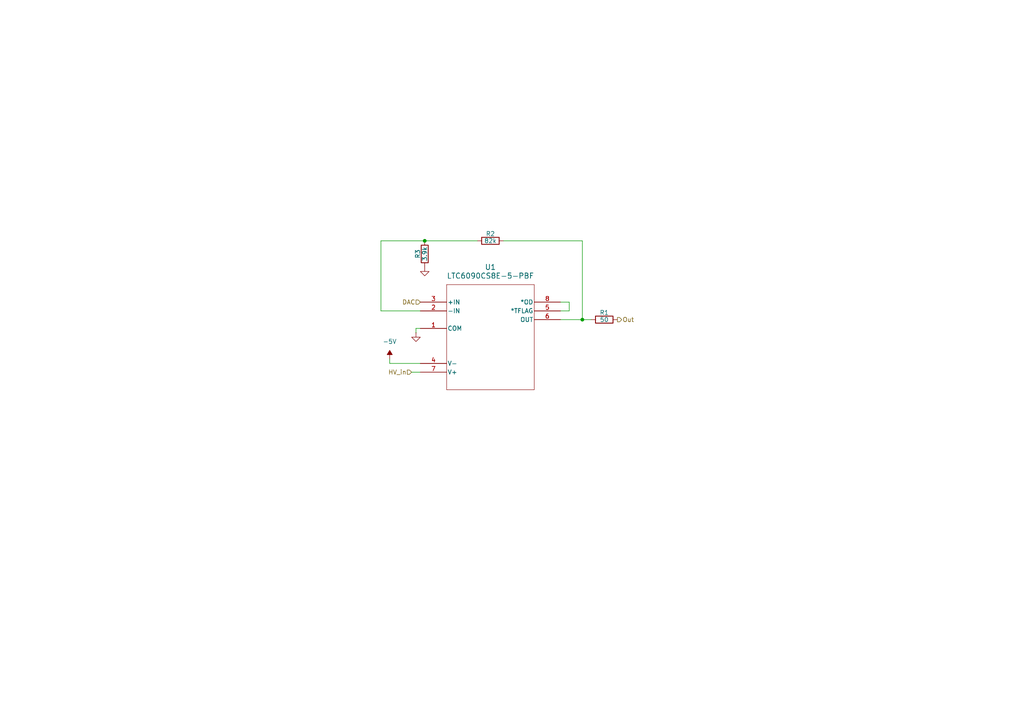
<source format=kicad_sch>
(kicad_sch (version 20250114) (generator "eeschema") (generator_version "9.0")
  (paper "A4")
  (lib_symbols
    (symbol "0_lib:LTC6090CS8E-5-PBF" (pin_names (offset 0.254))
      (property "Reference" "U" (at 20.32 10.16 0))
      (property "Value" "LTC6090CS8E-5-PBF" (at 20.32 7.62 0))
      (symbol "LTC6090CS8E-5-PBF_0_1"
        (polyline (pts (xy 7.62 5.08) (xy 7.62 -25.4)) (stroke (width 0.127)))
        (polyline (pts (xy 7.62 -25.4) (xy 33.02 -25.4)) (stroke (width 0.127)))
        (polyline (pts (xy 33.02 5.08) (xy 7.62 5.08)) (stroke (width 0.127)))
        (polyline (pts (xy 33.02 -25.4) (xy 33.02 5.08)) (stroke (width 0.127)))
        (pin input line (at 0 0 0) (length 7.62) (name "+IN") (number "3"))
        (pin input line (at 0 -2.54 0) (length 7.62) (name "-IN") (number "2"))
        (pin unspecified line (at 0 -7.62 0) (length 7.62) (name "COM") (number "1"))
        (pin power_in line (at 0 -17.78 0) (length 7.62) (name "V-") (number "4"))
        (pin power_in line (at 0 -20.32 0) (length 7.62) (name "V+") (number "7"))
        (pin output line (at 40.64 0 180) (length 7.62) (name "*OD") (number "8"))
        (pin output line (at 40.64 -2.54 180) (length 7.62) (name "*TFLAG") (number "5"))
        (pin output line (at 40.64 -5.08 180) (length 7.62) (name "OUT") (number "6"))
      )
    )
    (symbol "Device:R" (pin_numbers (hide yes)) (pin_names (offset 0))
      (property "Reference" "R" (at 2.032 0 90))
      (property "Value" "R" (at 0 0 90))
      (symbol "R_0_1"
        (rectangle (start -1.016 -2.54) (end 1.016 2.54) (stroke (width 0.254)))
      )
      (symbol "R_1_1"
        (pin passive line (at 0 3.81 270) (length 1.27) (name "~") (number "1"))
        (pin passive line (at 0 -3.81 90) (length 1.27) (name "~") (number "2"))
      )
    )
    (symbol "power:-5V" (power) (pin_numbers (hide yes)) (pin_names (offset 0) (hide yes))
      (property "Value" "-5V" (at 0 3.556 0))
      (symbol "-5V_0_0"
        (pin power_in line (at 0 0 90) (length 0) (name "~") (number "1"))
      )
      (symbol "-5V_0_1"
        (polyline (pts (xy 0 0) (xy 0 1.27) (xy 0.762 1.27) (xy 0 2.54) (xy -0.762 1.27) (xy 0 1.27)) (fill (type outline)))
      )
    )
    (symbol "power:GND" (power) (pin_numbers (hide yes)) (pin_names (offset 0) (hide yes))
      (property "Value" "GND" (at 0 -3.81 0))
      (symbol "GND_0_1"
        (polyline (pts (xy 0 0) (xy 0 -1.27) (xy 1.27 -1.27) (xy 0 -2.54) (xy -1.27 -1.27) (xy 0 -1.27)))
      )
      (symbol "GND_1_1"
        (pin power_in line (at 0 0 270) (length 0) (name "~") (number "1"))
      )
    )
  )
  (junction (at 168.91 92.71))
  (junction (at 123.19 69.85))
  (wire (pts (xy 120.65 96.52) (xy 120.65 95.25)))
  (wire (pts (xy 138.43 69.85) (xy 123.19 69.85)))
  (wire (pts (xy 168.91 69.85) (xy 168.91 92.71)))
  (wire (pts (xy 168.91 92.71) (xy 171.45 92.71)))
  (wire (pts (xy 113.03 105.41) (xy 113.03 104.14)))
  (wire (pts (xy 146.05 69.85) (xy 168.91 69.85)))
  (wire (pts (xy 123.19 69.85) (xy 110.49 69.85)))
  (wire (pts (xy 162.56 92.71) (xy 168.91 92.71)))
  (wire (pts (xy 110.49 69.85) (xy 110.49 90.17)))
  (wire (pts (xy 120.65 95.25) (xy 121.92 95.25)))
  (wire (pts (xy 119.38 107.95) (xy 121.92 107.95)))
  (wire (pts (xy 162.56 90.17) (xy 165.1 90.17)))
  (wire (pts (xy 110.49 90.17) (xy 121.92 90.17)))
  (wire (pts (xy 165.1 87.63) (xy 165.1 90.17)))
  (wire (pts (xy 121.92 105.41) (xy 113.03 105.41)))
  (wire (pts (xy 162.56 87.63) (xy 165.1 87.63)))
  (hierarchical_label "HV_in" (shape input) (at 119.38 107.95 180))
  (hierarchical_label "Out" (shape output) (at 179.07 92.71 0))
  (hierarchical_label "DAC" (shape input) (at 121.92 87.63 180))
  (symbol (lib_id "power:GND") (at 123.19 77.47 0) (unit 1)
    (property "Reference" "#PWR03" (effects (hide yes)))
    (property "Value" "GND" (effects (hide yes)))
    (property "Description" "Power symbol creates a global label with name \"GND\" , ground" (effects (hide yes)))
  )
  (symbol (lib_id "Device:R") (at 123.19 73.66 180) (unit 1)
    (property "Reference" "R3" (at 121.158 73.66 90))
    (property "Value" "3.9k" (at 123.19 73.66 90))
    (property "Description" "Resistor" (effects (hide yes)))
  )
  (symbol (lib_id "0_lib:LTC6090CS8E-5-PBF") (at 121.92 87.63 0) (unit 1)
    (property "Reference" "U1" (at 142.24 77.47 0) (effects (font (size 1.524 1.524))))
    (property "Value" "LTC6090CS8E-5-PBF" (at 142.24 80.01 0) (effects (font (size 1.524 1.524))))
    (property "Footprint" "SO-8_S_LIT" (effects (hide yes)))
    (property "Datasheet" "LTC6090CS8E-5-PBF" (effects (hide yes)))
  )
  (symbol (lib_id "Device:R") (at 175.26 92.71 90) (unit 1)
    (property "Reference" "R1" (at 175.26 90.678 90))
    (property "Value" "50" (at 175.26 92.71 90))
    (property "Description" "Resistor" (effects (hide yes)))
  )
  (symbol (lib_id "power:-5V") (at 113.03 104.14 0) (unit 1)
    (property "Reference" "#PWR02" (effects (hide yes)))
    (property "Value" "-5V" (at 113.03 99.06 0))
    (property "Description" "Power symbol creates a global label with name \"-5V\"" (effects (hide yes)))
  )
  (symbol (lib_id "Device:R") (at 142.24 69.85 90) (unit 1)
    (property "Reference" "R2" (at 142.24 67.818 90))
    (property "Value" "82k" (at 142.24 69.85 90))
    (property "Description" "Resistor" (effects (hide yes)))
  )
  (symbol (lib_id "power:GND") (at 120.65 96.52 0) (unit 1)
    (property "Reference" "#PWR01" (effects (hide yes)))
    (property "Value" "GND" (effects (hide yes)))
    (property "Description" "Power symbol creates a global label with name \"GND\" , ground" (effects (hide yes)))
  )
)
</source>
